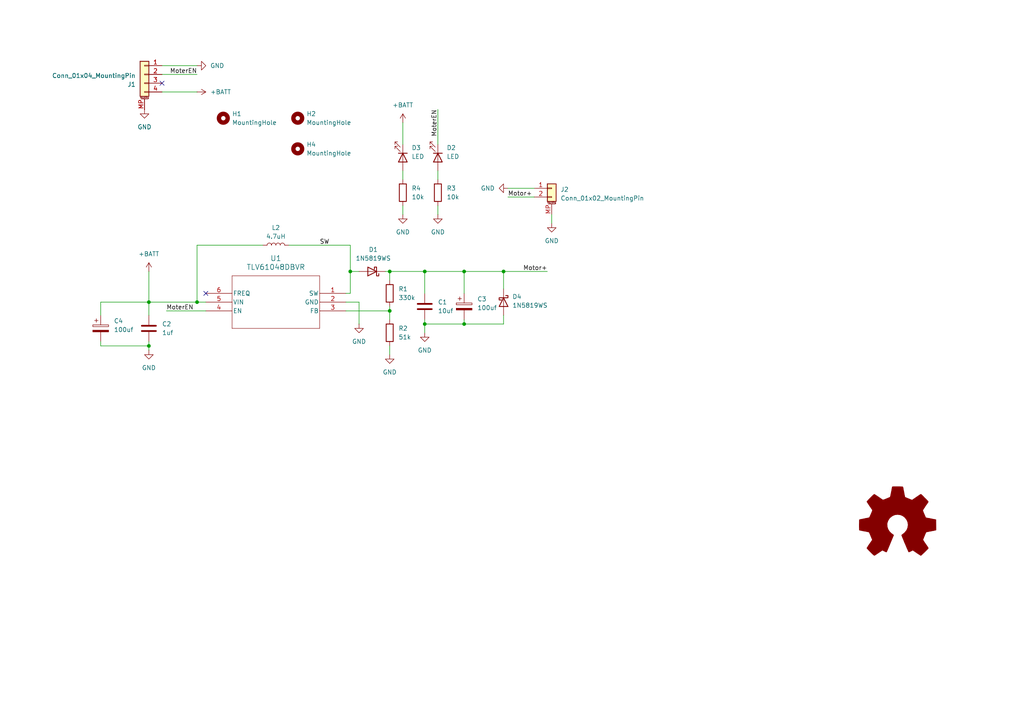
<source format=kicad_sch>
(kicad_sch (version 20231120) (generator "eeschema") (generator_version "8.0")
  (paper "A4")
  (lib_symbols
    (symbol "2025-04-10_12-12-53:TLV61048DBVR" (pin_names (offset 0.254))
      (property "Reference" "U" (at 20.32 10.16 0))
      (property "Value" "TLV61048DBVR" (at 20.32 7.62 0))
      (symbol "TLV61048DBVR_0_1"
        (polyline (pts (xy 7.62 -10.16) (xy 33.02 -10.16)) (stroke (width 0.127)))
        (polyline (pts (xy 7.62 5.08) (xy 7.62 -10.16)) (stroke (width 0.127)))
        (polyline (pts (xy 33.02 -10.16) (xy 33.02 5.08)) (stroke (width 0.127)))
        (polyline (pts (xy 33.02 5.08) (xy 7.62 5.08)) (stroke (width 0.127)))
        (pin power_in line (at 0 0 0) (length 7.62) (name "SW") (number "1"))
        (pin power_out line (at 0 -2.54 0) (length 7.62) (name "GND") (number "2"))
        (pin input line (at 0 -5.08 0) (length 7.62) (name "FB") (number "3"))
        (pin input line (at 40.64 -5.08 180) (length 7.62) (name "EN") (number "4"))
        (pin power_in line (at 40.64 -2.54 180) (length 7.62) (name "VIN") (number "5"))
        (pin input line (at 40.64 0 180) (length 7.62) (name "FREQ") (number "6"))
      )
    )
    (symbol "Connector_Generic_MountingPin:Conn_01x02_MountingPin" (pin_names (offset 1.016) hide)
      (property "Reference" "J" (at 0 2.54 0))
      (property "Value" "Conn_01x02_MountingPin" (at 1.27 -5.08 0))
      (symbol "Conn_01x02_MountingPin_1_1"
        (rectangle (start -1.27 -2.413) (end 0 -2.667) (stroke (width 0.1524)))
        (rectangle (start -1.27 0.127) (end 0 -0.127) (stroke (width 0.1524)))
        (rectangle (start -1.27 1.27) (end 1.27 -3.81) (stroke (width 0.254)) (fill (type background)))
        (polyline (pts (xy -1.016 -4.572) (xy 1.016 -4.572)) (stroke (width 0.1524)))
        (text "Mounting" (at 0 -4.191 0) (effects (font (size 0.381 0.381))))
        (pin passive line (at -5.08 0 0) (length 3.81) (name "Pin_1") (number "1"))
        (pin passive line (at -5.08 -2.54 0) (length 3.81) (name "Pin_2") (number "2"))
        (pin passive line (at 0 -7.62 90) (length 3.048) (name "MountPin") (number "MP"))
      )
    )
    (symbol "Connector_Generic_MountingPin:Conn_01x04_MountingPin" (pin_names (offset 1.016) hide)
      (property "Reference" "J" (at 0 5.08 0))
      (property "Value" "Conn_01x04_MountingPin" (at 1.27 -7.62 0))
      (symbol "Conn_01x04_MountingPin_1_1"
        (rectangle (start -1.27 -4.953) (end 0 -5.207) (stroke (width 0.1524)))
        (rectangle (start -1.27 -2.413) (end 0 -2.667) (stroke (width 0.1524)))
        (rectangle (start -1.27 0.127) (end 0 -0.127) (stroke (width 0.1524)))
        (rectangle (start -1.27 2.667) (end 0 2.413) (stroke (width 0.1524)))
        (rectangle (start -1.27 3.81) (end 1.27 -6.35) (stroke (width 0.254)) (fill (type background)))
        (polyline (pts (xy -1.016 -7.112) (xy 1.016 -7.112)) (stroke (width 0.1524)))
        (text "Mounting" (at 0 -6.731 0) (effects (font (size 0.381 0.381))))
        (pin passive line (at -5.08 2.54 0) (length 3.81) (name "Pin_1") (number "1"))
        (pin passive line (at -5.08 0 0) (length 3.81) (name "Pin_2") (number "2"))
        (pin passive line (at -5.08 -2.54 0) (length 3.81) (name "Pin_3") (number "3"))
        (pin passive line (at -5.08 -5.08 0) (length 3.81) (name "Pin_4") (number "4"))
        (pin passive line (at 0 -10.16 90) (length 3.048) (name "MountPin") (number "MP"))
      )
    )
    (symbol "Device:C" (pin_numbers hide) (pin_names (offset 0.254))
      (property "Reference" "C" (at 0.635 2.54 0))
      (property "Value" "C" (at 0.635 -2.54 0))
      (symbol "C_0_1"
        (polyline (pts (xy -2.032 -0.762) (xy 2.032 -0.762)) (stroke (width 0.508)))
        (polyline (pts (xy -2.032 0.762) (xy 2.032 0.762)) (stroke (width 0.508)))
      )
      (symbol "C_1_1"
        (pin passive line (at 0 3.81 270) (length 2.794) (name "~") (number "1"))
        (pin passive line (at 0 -3.81 90) (length 2.794) (name "~") (number "2"))
      )
    )
    (symbol "Device:C_Polarized" (pin_numbers hide) (pin_names (offset 0.254))
      (property "Reference" "C" (at 0.635 2.54 0))
      (property "Value" "C_Polarized" (at 0.635 -2.54 0))
      (symbol "C_Polarized_0_1"
        (rectangle (start -2.286 0.508) (end 2.286 1.016))
        (polyline (pts (xy -1.778 2.286) (xy -0.762 2.286)))
        (polyline (pts (xy -1.27 2.794) (xy -1.27 1.778)))
        (rectangle (start 2.286 -0.508) (end -2.286 -1.016) (fill (type outline)))
      )
      (symbol "C_Polarized_1_1"
        (pin passive line (at 0 3.81 270) (length 2.794) (name "~") (number "1"))
        (pin passive line (at 0 -3.81 90) (length 2.794) (name "~") (number "2"))
      )
    )
    (symbol "Device:L" (pin_numbers hide) (pin_names (offset 1.016) hide)
      (property "Reference" "L" (at -1.27 0 90))
      (property "Value" "L" (at 1.905 0 90))
      (symbol "L_0_1"
        (arc (start 0 -2.54) (mid 0.6323 -1.905) (end 0 -1.27))
        (arc (start 0 -1.27) (mid 0.6323 -0.635) (end 0 0))
        (arc (start 0 0) (mid 0.6323 0.635) (end 0 1.27))
        (arc (start 0 1.27) (mid 0.6323 1.905) (end 0 2.54))
      )
      (symbol "L_1_1"
        (pin passive line (at 0 3.81 270) (length 1.27) (name "1") (number "1"))
        (pin passive line (at 0 -3.81 90) (length 1.27) (name "2") (number "2"))
      )
    )
    (symbol "Device:LED" (pin_numbers hide) (pin_names (offset 1.016) hide)
      (property "Reference" "D" (at 0 2.54 0))
      (property "Value" "LED" (at 0 -2.54 0))
      (symbol "LED_0_1"
        (polyline (pts (xy -1.27 -1.27) (xy -1.27 1.27)) (stroke (width 0.254)))
        (polyline (pts (xy -1.27 0) (xy 1.27 0)))
        (polyline (pts (xy 1.27 -1.27) (xy 1.27 1.27) (xy -1.27 0) (xy 1.27 -1.27)) (stroke (width 0.254)))
        (polyline (pts (xy -3.048 -0.762) (xy -4.572 -2.286) (xy -3.81 -2.286) (xy -4.572 -2.286) (xy -4.572 -1.524)))
        (polyline (pts (xy -1.778 -0.762) (xy -3.302 -2.286) (xy -2.54 -2.286) (xy -3.302 -2.286) (xy -3.302 -1.524)))
      )
      (symbol "LED_1_1"
        (pin passive line (at -3.81 0 0) (length 2.54) (name "K") (number "1"))
        (pin passive line (at 3.81 0 180) (length 2.54) (name "A") (number "2"))
      )
    )
    (symbol "Device:R" (pin_numbers hide) (pin_names (offset 0))
      (property "Reference" "R" (at 2.032 0 90))
      (property "Value" "R" (at 0 0 90))
      (symbol "R_0_1"
        (rectangle (start -1.016 -2.54) (end 1.016 2.54) (stroke (width 0.254)))
      )
      (symbol "R_1_1"
        (pin passive line (at 0 3.81 270) (length 1.27) (name "~") (number "1"))
        (pin passive line (at 0 -3.81 90) (length 1.27) (name "~") (number "2"))
      )
    )
    (symbol "Diode:1N5819WS" (pin_numbers hide) (pin_names (offset 1.016) hide)
      (property "Reference" "D" (at 0 2.54 0))
      (property "Value" "1N5819WS" (at 0 -2.54 0))
      (symbol "1N5819WS_0_1"
        (polyline (pts (xy 1.27 0) (xy -1.27 0)))
        (polyline (pts (xy 1.27 1.27) (xy 1.27 -1.27) (xy -1.27 0) (xy 1.27 1.27)) (stroke (width 0.254)))
        (polyline (pts (xy -1.905 0.635) (xy -1.905 1.27) (xy -1.27 1.27) (xy -1.27 -1.27) (xy -0.635 -1.27) (xy -0.635 -0.635)) (stroke (width 0.254)))
      )
      (symbol "1N5819WS_1_1"
        (pin passive line (at -3.81 0 0) (length 2.54) (name "K") (number "1"))
        (pin passive line (at 3.81 0 180) (length 2.54) (name "A") (number "2"))
      )
    )
    (symbol "Graphic:Logo_Open_Hardware_Large" (in_bom no) (on_board no)
      (symbol "Logo_Open_Hardware_Large_1_1"
        (polyline (pts (xy 6.731 -8.7122) (xy 6.6294 -8.6614) (xy 6.35 -8.4836) (xy 5.9944 -8.255) (xy 5.5372 -7.9502) (xy 5.1054 -7.6454) (xy 4.7498 -7.4168) (xy 4.4958 -7.239) (xy 4.3942 -7.1882) (xy 4.318 -7.2136) (xy 4.1148 -7.3152) (xy 3.81 -7.4676) (xy 3.6322 -7.5692) (xy 3.3528 -7.6708) (xy 3.2258 -7.6962) (xy 3.2004 -7.6708) (xy 3.0988 -7.4676) (xy 2.9464 -7.0866) (xy 2.7178 -6.604) (xy 2.4892 -6.0452) (xy 2.2352 -5.4356) (xy 1.9558 -4.826) (xy 1.7272 -4.2164) (xy 1.4986 -3.683) (xy 1.3208 -3.2512) (xy 1.2192 -2.9464) (xy 1.1684 -2.8194) (xy 1.1938 -2.794) (xy 1.3208 -2.667) (xy 1.5748 -2.4892) (xy 2.0828 -2.0574) (xy 2.6162 -1.397) (xy 2.921 -0.6604) (xy 3.048 0.1524) (xy 2.9464 0.9144) (xy 2.6416 1.6256) (xy 2.1336 2.286) (xy 1.524 2.7686) (xy 0.8128 3.0734) (xy 0 3.175) (xy -0.762 3.0988) (xy -1.4986 2.794) (xy -2.159 2.286) (xy -2.4384 1.9812) (xy -2.8194 1.3208) (xy -3.048 0.6096) (xy -3.0734 0.4318) (xy -3.0226 -0.3556) (xy -2.794 -1.0922) (xy -2.3876 -1.7526) (xy -1.8288 -2.3114) (xy -1.7526 -2.3622) (xy -1.4732 -2.5654) (xy -1.2954 -2.6924) (xy -1.1684 -2.8194) (xy -2.159 -5.207) (xy -2.3114 -5.588) (xy -2.5908 -6.2484) (xy -2.8194 -6.8072) (xy -3.0226 -7.2644) (xy -3.1496 -7.5692) (xy -3.2258 -7.6708) (xy -3.2258 -7.6962) (xy -3.302 -7.6962) (xy -3.4798 -7.6454) (xy -3.8354 -7.4676) (xy -4.0386 -7.366) (xy -4.2926 -7.239) (xy -4.4196 -7.1882) (xy -4.5212 -7.239) (xy -4.7498 -7.3914) (xy -5.1054 -7.6454) (xy -5.5372 -7.9248) (xy -5.9436 -8.2042) (xy -6.3246 -8.4582) (xy -6.604 -8.636) (xy -6.731 -8.7122) (xy -6.7564 -8.7122) (xy -6.858 -8.636) (xy -7.0866 -8.4582) (xy -7.4168 -8.1534) (xy -7.874 -7.6962) (xy -7.9502 -7.62) (xy -8.3312 -7.239) (xy -8.636 -6.9088) (xy -8.8392 -6.6802) (xy -8.9154 -6.5786) (xy -8.9154 -6.5786) (xy -8.8392 -6.4516) (xy -8.6614 -6.1722) (xy -8.4328 -5.7912) (xy -8.128 -5.3594) (xy -7.3152 -4.191) (xy -7.7724 -3.0988) (xy -7.8994 -2.7686) (xy -8.0772 -2.3622) (xy -8.2042 -2.0828) (xy -8.255 -1.9558) (xy -8.382 -1.905) (xy -8.6614 -1.8542) (xy -9.0932 -1.7526) (xy -9.6266 -1.651) (xy -10.1092 -1.5748) (xy -10.541 -1.4732) (xy -10.8712 -1.4224) (xy -11.0236 -1.397) (xy -11.049 -1.3716) (xy -11.0744 -1.2954) (xy -11.0998 -1.143) (xy -11.0998 -0.889) (xy -11.1252 -0.4572) (xy -11.1252 0.1524) (xy -11.1252 0.2286) (xy -11.0998 0.8128) (xy -11.0998 1.27) (xy -11.0744 1.5494) (xy -11.0744 1.6764) (xy -11.0744 1.6764) (xy -10.922 1.7018) (xy -10.6172 1.778) (xy -10.16 1.8542) (xy -9.652 1.9558) (xy -9.6012 1.9812) (xy -9.0932 2.0828) (xy -8.636 2.159) (xy -8.3312 2.2352) (xy -8.2042 2.286) (xy -8.1788 2.3114) (xy -8.0772 2.5146) (xy -7.9248 2.8448) (xy -7.747 3.2512) (xy -7.5692 3.6576) (xy -7.4168 4.0386) (xy -7.3152 4.318) (xy -7.2898 4.445) (xy -7.2898 4.445) (xy -7.366 4.572) (xy -7.5438 4.826) (xy -7.7978 5.207) (xy -8.128 5.6642) (xy -8.128 5.6896) (xy -8.4328 6.1468) (xy -8.6868 6.5278) (xy -8.8392 6.7818) (xy -8.9154 6.9088) (xy -8.9154 6.9088) (xy -8.8138 7.0358) (xy -8.5852 7.2898) (xy -8.255 7.6454) (xy -7.874 8.0264) (xy -7.747 8.1534) (xy -7.3152 8.5852) (xy -7.0104 8.8646) (xy -6.8326 8.9916) (xy -6.731 9.0424) (xy -6.731 9.0424) (xy -6.604 8.9408) (xy -6.3246 8.763) (xy -5.9436 8.509) (xy -5.4864 8.2042) (xy -5.461 8.1788) (xy -5.0038 7.874) (xy -4.6482 7.62) (xy -4.3688 7.4422) (xy -4.2672 7.3914) (xy -4.2418 7.3914) (xy -4.064 7.4422) (xy -3.7338 7.5438) (xy -3.3528 7.6962) (xy -2.9464 7.874) (xy -2.5654 8.0264) (xy -2.286 8.1534) (xy -2.159 8.2296) (xy -2.159 8.2296) (xy -2.1082 8.382) (xy -2.032 8.7122) (xy -1.9304 9.1694) (xy -1.8288 9.7282) (xy -1.8034 9.8044) (xy -1.7018 10.3378) (xy -1.6256 10.7696) (xy -1.5748 11.0744) (xy -1.524 11.2014) (xy -1.4478 11.2268) (xy -1.1938 11.2522) (xy -0.8128 11.2522) (xy -0.3302 11.2522) (xy 0.1524 11.2522) (xy 0.6604 11.2522) (xy 1.0668 11.2268) (xy 1.3716 11.2014) (xy 1.4986 11.176) (xy 1.4986 11.176) (xy 1.5494 11.0236) (xy 1.6256 10.6934) (xy 1.7018 10.2108) (xy 1.8288 9.6774) (xy 1.8288 9.5758) (xy 1.9304 9.0424) (xy 2.032 8.6106) (xy 2.0828 8.3058) (xy 2.1336 8.2042) (xy 2.159 8.1788) (xy 2.3876 8.0772) (xy 2.7432 7.9248) (xy 3.175 7.747) (xy 4.191 7.3406) (xy 5.461 8.2042) (xy 5.5626 8.2804) (xy 6.0198 8.5852) (xy 6.3754 8.8392) (xy 6.6294 8.9916) (xy 6.7564 9.0424) (xy 6.7564 9.0424) (xy 6.8834 8.9408) (xy 7.1374 8.7122) (xy 7.4676 8.382) (xy 7.8486 7.9756) (xy 8.1534 7.6962) (xy 8.4836 7.3406) (xy 8.7122 7.112) (xy 8.8392 6.9596) (xy 8.8646 6.858) (xy 8.8646 6.8072) (xy 8.7884 6.6802) (xy 8.6106 6.4008) (xy 8.3312 6.0198) (xy 8.0264 5.588) (xy 7.7978 5.207) (xy 7.5184 4.8006) (xy 7.3406 4.4958) (xy 7.2898 4.3434) (xy 7.2898 4.2926) (xy 7.3914 4.0386) (xy 7.5184 3.683) (xy 7.7216 3.2258) (xy 8.1534 2.2352) (xy 8.7884 2.1082) (xy 9.1948 2.0574) (xy 9.7536 1.9304) (xy 10.2616 1.8288) (xy 11.0998 1.6764) (xy 11.1252 -1.3208) (xy 10.9982 -1.3716) (xy 10.8712 -1.397) (xy 10.5664 -1.4732) (xy 10.1346 -1.5494) (xy 9.6266 -1.651) (xy 9.1948 -1.7272) (xy 8.7376 -1.8288) (xy 8.4328 -1.8796) (xy 8.2804 -1.905) (xy 8.255 -1.9558) (xy 8.1534 -2.159) (xy 7.9756 -2.5146) (xy 7.8232 -2.921) (xy 7.6454 -3.3274) (xy 7.493 -3.7338) (xy 7.366 -4.0132) (xy 7.3406 -4.191) (xy 7.3914 -4.2926) (xy 7.5692 -4.5466) (xy 7.7978 -4.9276) (xy 8.1026 -5.3594) (xy 8.4074 -5.7912) (xy 8.6614 -6.1722) (xy 8.8138 -6.4262) (xy 8.89 -6.5532) (xy 8.8646 -6.6548) (xy 8.6868 -6.858) (xy 8.3566 -7.1882) (xy 7.874 -7.6708) (xy 7.7978 -7.747) (xy 7.3914 -8.128) (xy 7.0612 -8.4328) (xy 6.8326 -8.636) (xy 6.731 -8.7122)) (fill (type outline)))
      )
    )
    (symbol "Mechanical:MountingHole" (pin_names (offset 1.016)) (exclude_from_sim yes) (in_bom no)
      (property "Reference" "H" (at 0 5.08 0))
      (property "Value" "MountingHole" (at 0 3.175 0))
      (symbol "MountingHole_0_1"
        (circle (center 0 0) (radius 1.27) (stroke (width 1.27)))
      )
    )
    (symbol "power:+BATT" (power) (pin_numbers hide) (pin_names (offset 0) hide)
      (property "Value" "+BATT" (at 0 3.556 0))
      (symbol "+BATT_0_1"
        (polyline (pts (xy -0.762 1.27) (xy 0 2.54)))
        (polyline (pts (xy 0 0) (xy 0 2.54)))
        (polyline (pts (xy 0 2.54) (xy 0.762 1.27)))
      )
      (symbol "+BATT_1_1"
        (pin power_in line (at 0 0 90) (length 0) (name "~") (number "1"))
      )
    )
    (symbol "power:GND" (power) (pin_numbers hide) (pin_names (offset 0) hide)
      (property "Value" "GND" (at 0 -3.81 0))
      (symbol "GND_0_1"
        (polyline (pts (xy 0 0) (xy 0 -1.27) (xy 1.27 -1.27) (xy 0 -2.54) (xy -1.27 -1.27) (xy 0 -1.27)))
      )
      (symbol "GND_1_1"
        (pin power_in line (at 0 0 270) (length 0) (name "~") (number "1"))
      )
    )
  )
  (junction (at 123.19 93.98))
  (junction (at 113.03 78.74))
  (junction (at 101.6 78.74))
  (junction (at 113.03 90.17))
  (junction (at 146.05 78.74))
  (junction (at 123.19 78.74))
  (junction (at 57.15 87.63))
  (junction (at 134.62 78.74))
  (junction (at 43.18 87.63))
  (junction (at 134.62 93.98))
  (junction (at 43.18 100.33))
  (no_connect (at 46.99 24.13))
  (no_connect (at 59.69 85.09))
  (wire (pts (xy 101.6 71.12) (xy 101.6 78.74)))
  (wire (pts (xy 101.6 85.09) (xy 100.33 85.09)))
  (wire (pts (xy 100.33 90.17) (xy 113.03 90.17)))
  (wire (pts (xy 57.15 71.12) (xy 57.15 87.63)))
  (wire (pts (xy 146.05 78.74) (xy 146.05 83.82)))
  (wire (pts (xy 43.18 100.33) (xy 43.18 101.6)))
  (wire (pts (xy 123.19 93.98) (xy 134.62 93.98)))
  (wire (pts (xy 113.03 90.17) (xy 113.03 88.9)))
  (wire (pts (xy 57.15 26.67) (xy 46.99 26.67)))
  (wire (pts (xy 101.6 78.74) (xy 104.14 78.74)))
  (wire (pts (xy 123.19 78.74) (xy 134.62 78.74)))
  (wire (pts (xy 29.21 100.33) (xy 29.21 99.06)))
  (wire (pts (xy 57.15 87.63) (xy 59.69 87.63)))
  (wire (pts (xy 76.2 71.12) (xy 57.15 71.12)))
  (wire (pts (xy 101.6 78.74) (xy 101.6 85.09)))
  (wire (pts (xy 43.18 78.74) (xy 43.18 87.63)))
  (wire (pts (xy 29.21 100.33) (xy 43.18 100.33)))
  (wire (pts (xy 113.03 78.74) (xy 123.19 78.74)))
  (wire (pts (xy 127 31.75) (xy 127 41.91)))
  (wire (pts (xy 43.18 87.63) (xy 57.15 87.63)))
  (wire (pts (xy 29.21 91.44) (xy 29.21 87.63)))
  (wire (pts (xy 160.02 62.23) (xy 160.02 64.77)))
  (wire (pts (xy 104.14 87.63) (xy 104.14 93.98)))
  (wire (pts (xy 146.05 91.44) (xy 146.05 93.98)))
  (wire (pts (xy 57.15 19.05) (xy 46.99 19.05)))
  (wire (pts (xy 43.18 99.06) (xy 43.18 100.33)))
  (wire (pts (xy 111.76 78.74) (xy 113.03 78.74)))
  (wire (pts (xy 83.82 71.12) (xy 101.6 71.12)))
  (wire (pts (xy 57.15 21.59) (xy 46.99 21.59)))
  (wire (pts (xy 127 52.07) (xy 127 49.53)))
  (wire (pts (xy 127 62.23) (xy 127 59.69)))
  (wire (pts (xy 123.19 96.52) (xy 123.19 93.98)))
  (wire (pts (xy 123.19 92.71) (xy 123.19 93.98)))
  (wire (pts (xy 48.26 90.17) (xy 59.69 90.17)))
  (wire (pts (xy 134.62 93.98) (xy 146.05 93.98)))
  (wire (pts (xy 116.84 35.56) (xy 116.84 41.91)))
  (wire (pts (xy 147.32 57.15) (xy 154.94 57.15)))
  (wire (pts (xy 147.32 54.61) (xy 154.94 54.61)))
  (wire (pts (xy 100.33 87.63) (xy 104.14 87.63)))
  (wire (pts (xy 116.84 52.07) (xy 116.84 49.53)))
  (wire (pts (xy 146.05 78.74) (xy 158.75 78.74)))
  (wire (pts (xy 113.03 78.74) (xy 113.03 81.28)))
  (wire (pts (xy 29.21 87.63) (xy 43.18 87.63)))
  (wire (pts (xy 43.18 91.44) (xy 43.18 87.63)))
  (wire (pts (xy 113.03 92.71) (xy 113.03 90.17)))
  (wire (pts (xy 134.62 78.74) (xy 134.62 85.09)))
  (wire (pts (xy 134.62 78.74) (xy 146.05 78.74)))
  (wire (pts (xy 113.03 102.87) (xy 113.03 100.33)))
  (wire (pts (xy 123.19 78.74) (xy 123.19 85.09)))
  (wire (pts (xy 134.62 92.71) (xy 134.62 93.98)))
  (wire (pts (xy 116.84 62.23) (xy 116.84 59.69)))
  (label "MoterEN" (at 57.15 21.59 180))
  (label "Motor+" (at 147.32 57.15 0))
  (label "MoterEN" (at 48.26 90.17 0))
  (label "Motor+" (at 158.75 78.74 180))
  (label "MoterEN" (at 127 31.75 270))
  (label "SW" (at 92.71 71.12 0))
  (symbol (lib_id "Device:L") (at 80.01 71.12 90) (unit 1)
    (property "Reference" "L2" (at 80.01 66.04 90))
    (property "Value" "4.7uH" (at 80.01 68.58 90))
    (property "Footprint" "Inductor_SMD:L_APV_APH1265" (effects (hide yes)))
    (property "Description" "Inductor" (effects (hide yes)))
  )
  (symbol (lib_id "power:GND") (at 57.15 19.05 90) (unit 1)
    (property "Reference" "#PWR06" (effects (hide yes)))
    (property "Value" "GND" (at 60.96 19.0499 90) (effects (justify right)))
    (property "Description" "Power symbol creates a global label with name \"GND\" , ground" (effects (hide yes)))
  )
  (symbol (lib_id "power:GND") (at 127 62.23 0) (unit 1)
    (property "Reference" "#PWR010" (effects (hide yes)))
    (property "Value" "GND" (at 127 67.31 0))
    (property "Description" "Power symbol creates a global label with name \"GND\" , ground" (effects (hide yes)))
  )
  (symbol (lib_id "Device:R") (at 116.84 55.88 0) (unit 1)
    (property "Reference" "R4" (at 119.38 54.6099 0) (effects (justify left)))
    (property "Value" "10k" (at 119.38 57.1499 0) (effects (justify left)))
    (property "Footprint" "Resistor_SMD:R_0603_1608Metric_Pad0.98x0.95mm_HandSolder" (effects (hide yes)))
    (property "Description" "Resistor" (effects (hide yes)))
  )
  (symbol (lib_id "Mechanical:MountingHole") (at 86.36 43.18 0) (unit 1) (exclude_from_sim yes) (in_bom no)
    (property "Reference" "H4" (at 88.9 41.9099 0) (effects (justify left)))
    (property "Value" "MountingHole" (at 88.9 44.4499 0) (effects (justify left)))
    (property "Footprint" "MountingHole:MountingHole_3.2mm_M3" (effects (hide yes)))
    (property "Description" "Mounting Hole without connection" (effects (hide yes)))
  )
  (symbol (lib_id "power:+BATT") (at 43.18 78.74 0) (mirror y) (unit 1)
    (property "Reference" "#PWR02" (effects (hide yes)))
    (property "Value" "+BATT" (at 43.18 73.66 0))
    (property "Description" "Power symbol creates a global label with name \"+BATT\"" (effects (hide yes)))
  )
  (symbol (lib_id "power:GND") (at 116.84 62.23 0) (unit 1)
    (property "Reference" "#PWR09" (effects (hide yes)))
    (property "Value" "GND" (at 116.84 67.31 0))
    (property "Description" "Power symbol creates a global label with name \"GND\" , ground" (effects (hide yes)))
  )
  (symbol (lib_id "Device:C_Polarized") (at 134.62 88.9 0) (unit 1)
    (property "Reference" "C3" (at 138.43 86.7409 0) (effects (justify left)))
    (property "Value" "100uf" (at 138.43 89.2809 0) (effects (justify left)))
    (property "Footprint" "Capacitor_SMD:CP_Elec_6.3x7.7" (effects (hide yes)))
    (property "Description" "Polarized capacitor" (effects (hide yes)))
  )
  (symbol (lib_id "Diode:1N5819WS") (at 146.05 87.63 270) (unit 1)
    (property "Reference" "D4" (at 148.59 86.0424 90) (effects (justify left)))
    (property "Value" "1N5819WS" (at 148.59 88.5824 90) (effects (justify left)))
    (property "Footprint" "Diode_SMD:D_SOD-323_HandSoldering" (effects (hide yes)))
    (property "Datasheet" "https://datasheet.lcsc.com/lcsc/2204281430_Guangdong-Hottech-1N5819WS_C191023.pdf" (effects (hide yes)))
    (property "Description" "40V 600mV@1A 1A SOD-323 Schottky Barrier Diodes, SOD-323" (effects (hide yes)))
  )
  (symbol (lib_id "power:GND") (at 147.32 54.61 270) (unit 1)
    (property "Reference" "#PWR013" (effects (hide yes)))
    (property "Value" "GND" (at 143.51 54.6099 90) (effects (justify right)))
    (property "Description" "Power symbol creates a global label with name \"GND\" , ground" (effects (hide yes)))
  )
  (symbol (lib_id "power:+BATT") (at 116.84 35.56 0) (mirror y) (unit 1)
    (property "Reference" "#PWR08" (effects (hide yes)))
    (property "Value" "+BATT" (at 116.84 30.48 0))
    (property "Description" "Power symbol creates a global label with name \"+BATT\"" (effects (hide yes)))
  )
  (symbol (lib_id "2025-04-10_12-12-53:TLV61048DBVR") (at 100.33 85.09 0) (mirror y) (unit 1)
    (property "Reference" "U1" (at 80.01 74.93 0) (effects (font (size 1.524 1.524))))
    (property "Value" "TLV61048DBVR" (at 80.01 77.47 0) (effects (font (size 1.524 1.524))))
    (property "Footprint" "SOT-23-6_DBV_TEX" (effects (hide yes)))
    (property "Datasheet" "TLV61048DBVR" (effects (hide yes)))
  )
  (symbol (lib_id "power:GND") (at 104.14 93.98 0) (unit 1)
    (property "Reference" "#PWR01" (effects (hide yes)))
    (property "Value" "GND" (at 104.14 99.06 0))
    (property "Description" "Power symbol creates a global label with name \"GND\" , ground" (effects (hide yes)))
  )
  (symbol (lib_id "Device:LED") (at 116.84 45.72 270) (unit 1)
    (property "Reference" "D3" (at 119.38 42.8624 90) (effects (justify left)))
    (property "Value" "LED" (at 119.38 45.4024 90) (effects (justify left)))
    (property "Footprint" "LED_SMD:LED_0805_2012Metric_Pad1.15x1.40mm_HandSolder" (effects (hide yes)))
    (property "Description" "Light emitting diode" (effects (hide yes)))
  )
  (symbol (lib_id "power:GND") (at 160.02 64.77 0) (unit 1)
    (property "Reference" "#PWR012" (effects (hide yes)))
    (property "Value" "GND" (at 160.02 69.85 0))
    (property "Description" "Power symbol creates a global label with name \"GND\" , ground" (effects (hide yes)))
  )
  (symbol (lib_id "power:+BATT") (at 57.15 26.67 270) (mirror x) (unit 1)
    (property "Reference" "#PWR07" (effects (hide yes)))
    (property "Value" "+BATT" (at 60.96 26.6699 90) (effects (justify left)))
    (property "Description" "Power symbol creates a global label with name \"+BATT\"" (effects (hide yes)))
  )
  (symbol (lib_id "Device:R") (at 113.03 85.09 0) (unit 1)
    (property "Reference" "R1" (at 115.57 83.8199 0) (effects (justify left)))
    (property "Value" "330k" (at 115.57 86.3599 0) (effects (justify left)))
    (property "Footprint" "Resistor_SMD:R_0603_1608Metric_Pad0.98x0.95mm_HandSolder" (effects (hide yes)))
    (property "Description" "Resistor" (effects (hide yes)))
  )
  (symbol (lib_id "power:GND") (at 113.03 102.87 0) (unit 1)
    (property "Reference" "#PWR04" (effects (hide yes)))
    (property "Value" "GND" (at 113.03 107.95 0))
    (property "Description" "Power symbol creates a global label with name \"GND\" , ground" (effects (hide yes)))
  )
  (symbol (lib_id "Device:C_Polarized") (at 29.21 95.25 0) (unit 1)
    (property "Reference" "C4" (at 33.02 93.0909 0) (effects (justify left)))
    (property "Value" "100uf" (at 33.02 95.6309 0) (effects (justify left)))
    (property "Footprint" "Capacitor_SMD:CP_Elec_6.3x7.7" (effects (hide yes)))
    (property "Description" "Polarized capacitor" (effects (hide yes)))
  )
  (symbol (lib_id "Diode:1N5819WS") (at 107.95 78.74 180) (unit 1)
    (property "Reference" "D1" (at 108.2675 72.39 0))
    (property "Value" "1N5819WS" (at 108.2675 74.93 0))
    (property "Footprint" "Diode_SMD:D_SOD-323_HandSoldering" (effects (hide yes)))
    (property "Datasheet" "https://datasheet.lcsc.com/lcsc/2204281430_Guangdong-Hottech-1N5819WS_C191023.pdf" (effects (hide yes)))
    (property "Description" "40V 600mV@1A 1A SOD-323 Schottky Barrier Diodes, SOD-323" (effects (hide yes)))
  )
  (symbol (lib_id "Device:LED") (at 127 45.72 270) (unit 1)
    (property "Reference" "D2" (at 129.54 42.8624 90) (effects (justify left)))
    (property "Value" "LED" (at 129.54 45.4024 90) (effects (justify left)))
    (property "Footprint" "LED_SMD:LED_0805_2012Metric_Pad1.15x1.40mm_HandSolder" (effects (hide yes)))
    (property "Description" "Light emitting diode" (effects (hide yes)))
  )
  (symbol (lib_id "Device:R") (at 127 55.88 0) (unit 1)
    (property "Reference" "R3" (at 129.54 54.6099 0) (effects (justify left)))
    (property "Value" "10k" (at 129.54 57.1499 0) (effects (justify left)))
    (property "Footprint" "Resistor_SMD:R_0603_1608Metric_Pad0.98x0.95mm_HandSolder" (effects (hide yes)))
    (property "Description" "Resistor" (effects (hide yes)))
  )
  (symbol (lib_id "Device:C") (at 43.18 95.25 0) (unit 1)
    (property "Reference" "C2" (at 46.99 93.9799 0) (effects (justify left)))
    (property "Value" "1uf" (at 46.99 96.5199 0) (effects (justify left)))
    (property "Footprint" "Capacitor_SMD:C_1206_3216Metric_Pad1.33x1.80mm_HandSolder" (effects (hide yes)))
    (property "Description" "Unpolarized capacitor" (effects (hide yes)))
  )
  (symbol (lib_id "Mechanical:MountingHole") (at 64.77 34.29 0) (unit 1) (exclude_from_sim yes) (in_bom no)
    (property "Reference" "H1" (at 67.31 33.0199 0) (effects (justify left)))
    (property "Value" "MountingHole" (at 67.31 35.5599 0) (effects (justify left)))
    (property "Footprint" "MountingHole:MountingHole_3.2mm_M3" (effects (hide yes)))
    (property "Description" "Mounting Hole without connection" (effects (hide yes)))
  )
  (symbol (lib_id "Connector_Generic_MountingPin:Conn_01x04_MountingPin") (at 41.91 21.59 0) (mirror y) (unit 1)
    (property "Reference" "J1" (at 39.37 24.4857 0) (effects (justify left)))
    (property "Value" "Conn_01x04_MountingPin" (at 39.37 21.9457 0) (effects (justify left)))
    (property "Footprint" "Connector_JST:JST_PH_S4B-PH-SM4-TB_1x04-1MP_P2.00mm_Horizontal" (effects (hide yes)))
    (property "Description" "Generic connectable mounting pin connector, single row, 01x04, script generated (kicad-library-utils/schlib/autogen/connector/)" (effects (hide yes)))
  )
  (symbol (lib_id "Mechanical:MountingHole") (at 86.36 34.29 0) (unit 1) (exclude_from_sim yes) (in_bom no)
    (property "Reference" "H2" (at 88.9 33.0199 0) (effects (justify left)))
    (property "Value" "MountingHole" (at 88.9 35.5599 0) (effects (justify left)))
    (property "Footprint" "MountingHole:MountingHole_3.2mm_M3" (effects (hide yes)))
    (property "Description" "Mounting Hole without connection" (effects (hide yes)))
  )
  (symbol (lib_id "power:GND") (at 123.19 96.52 0) (unit 1)
    (property "Reference" "#PWR03" (effects (hide yes)))
    (property "Value" "GND" (at 123.19 101.6 0))
    (property "Description" "Power symbol creates a global label with name \"GND\" , ground" (effects (hide yes)))
  )
  (symbol (lib_id "Device:R") (at 113.03 96.52 0) (unit 1)
    (property "Reference" "R2" (at 115.57 95.2499 0) (effects (justify left)))
    (property "Value" "51k" (at 115.57 97.7899 0) (effects (justify left)))
    (property "Footprint" "Resistor_SMD:R_0603_1608Metric_Pad0.98x0.95mm_HandSolder" (effects (hide yes)))
    (property "Description" "Resistor" (effects (hide yes)))
  )
  (symbol (lib_id "Connector_Generic_MountingPin:Conn_01x02_MountingPin") (at 160.02 54.61 0) (unit 1)
    (property "Reference" "J2" (at 162.56 54.9655 0) (effects (justify left)))
    (property "Value" "Conn_01x02_MountingPin" (at 162.56 57.5055 0) (effects (justify left)))
    (property "Footprint" "Connector_JST:JST_PH_S2B-PH-SM4-TB_1x02-1MP_P2.00mm_Horizontal" (effects (hide yes)))
    (property "Description" "Generic connectable mounting pin connector, single row, 01x02, script generated (kicad-library-utils/schlib/autogen/connector/)" (effects (hide yes)))
  )
  (symbol (lib_id "Graphic:Logo_Open_Hardware_Large") (at 260.35 152.4 0) (unit 1) (exclude_from_sim yes) (in_bom no) (on_board no)
    (property "Reference" "#SYM1" (effects (hide yes)))
    (property "Value" "Logo_Open_Hardware_Large" (effects (hide yes)))
    (property "Footprint" "Symbol:OSHW-Logo_19x20mm_SilkScreen" (effects (hide yes)))
    (property "Description" "Open Hardware logo, large" (effects (hide yes)))
  )
  (symbol (lib_id "power:GND") (at 41.91 31.75 0) (unit 1)
    (property "Reference" "#PWR011" (effects (hide yes)))
    (property "Value" "GND" (at 41.91 36.83 0))
    (property "Description" "Power symbol creates a global label with name \"GND\" , ground" (effects (hide yes)))
  )
  (symbol (lib_id "power:GND") (at 43.18 101.6 0) (unit 1)
    (property "Reference" "#PWR05" (effects (hide yes)))
    (property "Value" "GND" (at 43.18 106.68 0))
    (property "Description" "Power symbol creates a global label with name \"GND\" , ground" (effects (hide yes)))
  )
  (symbol (lib_id "Device:C") (at 123.19 88.9 0) (unit 1)
    (property "Reference" "C1" (at 127 87.6299 0) (effects (justify left)))
    (property "Value" "10uf" (at 127 90.1699 0) (effects (justify left)))
    (property "Footprint" "Capacitor_SMD:C_1206_3216Metric_Pad1.33x1.80mm_HandSolder" (effects (hide yes)))
    (property "Description" "Unpolarized capacitor" (effects (hide yes)))
  )
)
</source>
